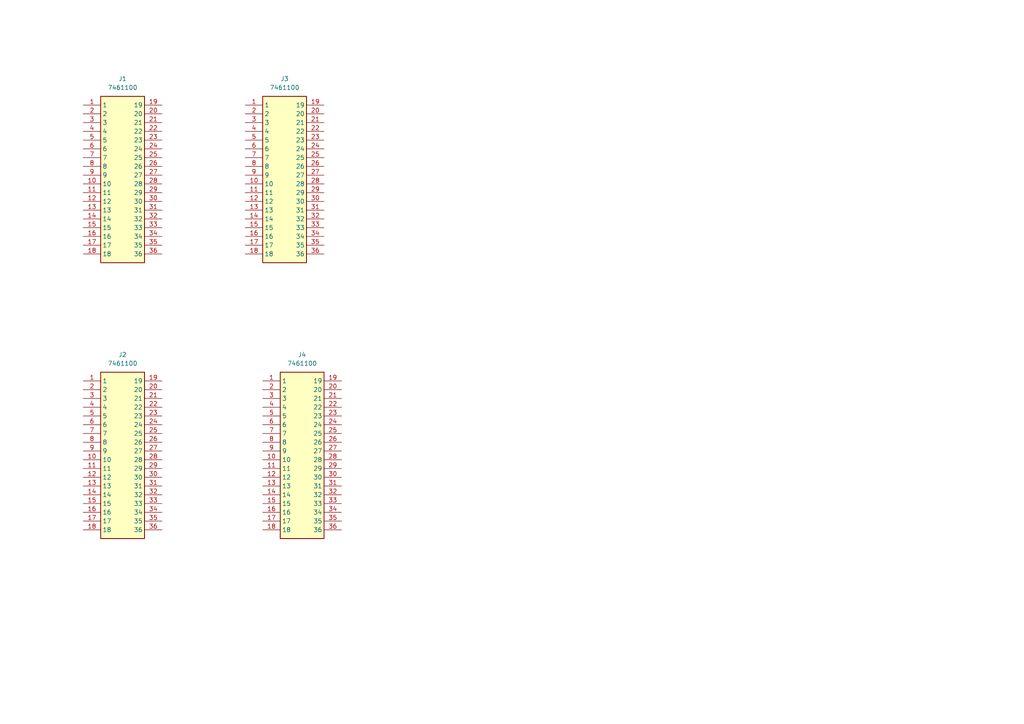
<source format=kicad_sch>
(kicad_sch
	(version 20250114)
	(generator "eeschema")
	(generator_version "9.0")
	(uuid "036b36f8-adc5-46b4-b277-dde491beaad3")
	(paper "A4")
	(lib_symbols
		(symbol "7461100:7461100"
			(exclude_from_sim no)
			(in_bom yes)
			(on_board yes)
			(property "Reference" "J"
				(at 19.05 7.62 0)
				(effects
					(font
						(size 1.27 1.27)
					)
					(justify left top)
				)
			)
			(property "Value" "7461100"
				(at 19.05 5.08 0)
				(effects
					(font
						(size 1.27 1.27)
					)
					(justify left top)
				)
			)
			(property "Footprint" "TerminalBlock_Wuerth:7461100"
				(at 19.05 -94.92 0)
				(effects
					(font
						(size 1.27 1.27)
					)
					(justify left top)
					(hide yes)
				)
			)
			(property "Datasheet" "https://www.we-online.com/catalog/datasheet/7461100.pdf"
				(at 19.05 -194.92 0)
				(effects
					(font
						(size 1.27 1.27)
					)
					(justify left top)
					(hide yes)
				)
			)
			(property "Description" "WP-SHFU REDCUBE Shank, full  height: 24mm, total height: 27.5mm, thread length: 16mm, pin length: 3.5mm, raster: 2.54mm, REDCUBE Press-Fit, Skin packaging;  M10, thread 16mm"
				(at 0 0 0)
				(effects
					(font
						(size 1.27 1.27)
					)
					(hide yes)
				)
			)
			(property "Height" "24"
				(at 19.05 -394.92 0)
				(effects
					(font
						(size 1.27 1.27)
					)
					(justify left top)
					(hide yes)
				)
			)
			(property "Mouser Part Number" "710-7461100"
				(at 19.05 -494.92 0)
				(effects
					(font
						(size 1.27 1.27)
					)
					(justify left top)
					(hide yes)
				)
			)
			(property "Mouser Price/Stock" "https://www.mouser.co.uk/ProductDetail/Wurth-Elektronik/7461100?qs=lykWx4dhCCFwWsIXWKuJ%2Fg%3D%3D"
				(at 19.05 -594.92 0)
				(effects
					(font
						(size 1.27 1.27)
					)
					(justify left top)
					(hide yes)
				)
			)
			(property "Manufacturer_Name" "Wurth Elektronik"
				(at 19.05 -694.92 0)
				(effects
					(font
						(size 1.27 1.27)
					)
					(justify left top)
					(hide yes)
				)
			)
			(property "Manufacturer_Part_Number" "7461100"
				(at 19.05 -794.92 0)
				(effects
					(font
						(size 1.27 1.27)
					)
					(justify left top)
					(hide yes)
				)
			)
			(symbol "7461100_1_1"
				(rectangle
					(start 5.08 2.54)
					(end 17.78 -45.72)
					(stroke
						(width 0.254)
						(type default)
					)
					(fill
						(type background)
					)
				)
				(pin passive line
					(at 0 0 0)
					(length 5.08)
					(name "1"
						(effects
							(font
								(size 1.27 1.27)
							)
						)
					)
					(number "1"
						(effects
							(font
								(size 1.27 1.27)
							)
						)
					)
				)
				(pin passive line
					(at 0 -2.54 0)
					(length 5.08)
					(name "2"
						(effects
							(font
								(size 1.27 1.27)
							)
						)
					)
					(number "2"
						(effects
							(font
								(size 1.27 1.27)
							)
						)
					)
				)
				(pin passive line
					(at 0 -5.08 0)
					(length 5.08)
					(name "3"
						(effects
							(font
								(size 1.27 1.27)
							)
						)
					)
					(number "3"
						(effects
							(font
								(size 1.27 1.27)
							)
						)
					)
				)
				(pin passive line
					(at 0 -7.62 0)
					(length 5.08)
					(name "4"
						(effects
							(font
								(size 1.27 1.27)
							)
						)
					)
					(number "4"
						(effects
							(font
								(size 1.27 1.27)
							)
						)
					)
				)
				(pin passive line
					(at 0 -10.16 0)
					(length 5.08)
					(name "5"
						(effects
							(font
								(size 1.27 1.27)
							)
						)
					)
					(number "5"
						(effects
							(font
								(size 1.27 1.27)
							)
						)
					)
				)
				(pin passive line
					(at 0 -12.7 0)
					(length 5.08)
					(name "6"
						(effects
							(font
								(size 1.27 1.27)
							)
						)
					)
					(number "6"
						(effects
							(font
								(size 1.27 1.27)
							)
						)
					)
				)
				(pin passive line
					(at 0 -15.24 0)
					(length 5.08)
					(name "7"
						(effects
							(font
								(size 1.27 1.27)
							)
						)
					)
					(number "7"
						(effects
							(font
								(size 1.27 1.27)
							)
						)
					)
				)
				(pin passive line
					(at 0 -17.78 0)
					(length 5.08)
					(name "8"
						(effects
							(font
								(size 1.27 1.27)
							)
						)
					)
					(number "8"
						(effects
							(font
								(size 1.27 1.27)
							)
						)
					)
				)
				(pin passive line
					(at 0 -20.32 0)
					(length 5.08)
					(name "9"
						(effects
							(font
								(size 1.27 1.27)
							)
						)
					)
					(number "9"
						(effects
							(font
								(size 1.27 1.27)
							)
						)
					)
				)
				(pin passive line
					(at 0 -22.86 0)
					(length 5.08)
					(name "10"
						(effects
							(font
								(size 1.27 1.27)
							)
						)
					)
					(number "10"
						(effects
							(font
								(size 1.27 1.27)
							)
						)
					)
				)
				(pin passive line
					(at 0 -25.4 0)
					(length 5.08)
					(name "11"
						(effects
							(font
								(size 1.27 1.27)
							)
						)
					)
					(number "11"
						(effects
							(font
								(size 1.27 1.27)
							)
						)
					)
				)
				(pin passive line
					(at 0 -27.94 0)
					(length 5.08)
					(name "12"
						(effects
							(font
								(size 1.27 1.27)
							)
						)
					)
					(number "12"
						(effects
							(font
								(size 1.27 1.27)
							)
						)
					)
				)
				(pin passive line
					(at 0 -30.48 0)
					(length 5.08)
					(name "13"
						(effects
							(font
								(size 1.27 1.27)
							)
						)
					)
					(number "13"
						(effects
							(font
								(size 1.27 1.27)
							)
						)
					)
				)
				(pin passive line
					(at 0 -33.02 0)
					(length 5.08)
					(name "14"
						(effects
							(font
								(size 1.27 1.27)
							)
						)
					)
					(number "14"
						(effects
							(font
								(size 1.27 1.27)
							)
						)
					)
				)
				(pin passive line
					(at 0 -35.56 0)
					(length 5.08)
					(name "15"
						(effects
							(font
								(size 1.27 1.27)
							)
						)
					)
					(number "15"
						(effects
							(font
								(size 1.27 1.27)
							)
						)
					)
				)
				(pin passive line
					(at 0 -38.1 0)
					(length 5.08)
					(name "16"
						(effects
							(font
								(size 1.27 1.27)
							)
						)
					)
					(number "16"
						(effects
							(font
								(size 1.27 1.27)
							)
						)
					)
				)
				(pin passive line
					(at 0 -40.64 0)
					(length 5.08)
					(name "17"
						(effects
							(font
								(size 1.27 1.27)
							)
						)
					)
					(number "17"
						(effects
							(font
								(size 1.27 1.27)
							)
						)
					)
				)
				(pin passive line
					(at 0 -43.18 0)
					(length 5.08)
					(name "18"
						(effects
							(font
								(size 1.27 1.27)
							)
						)
					)
					(number "18"
						(effects
							(font
								(size 1.27 1.27)
							)
						)
					)
				)
				(pin passive line
					(at 22.86 0 180)
					(length 5.08)
					(name "19"
						(effects
							(font
								(size 1.27 1.27)
							)
						)
					)
					(number "19"
						(effects
							(font
								(size 1.27 1.27)
							)
						)
					)
				)
				(pin passive line
					(at 22.86 -2.54 180)
					(length 5.08)
					(name "20"
						(effects
							(font
								(size 1.27 1.27)
							)
						)
					)
					(number "20"
						(effects
							(font
								(size 1.27 1.27)
							)
						)
					)
				)
				(pin passive line
					(at 22.86 -5.08 180)
					(length 5.08)
					(name "21"
						(effects
							(font
								(size 1.27 1.27)
							)
						)
					)
					(number "21"
						(effects
							(font
								(size 1.27 1.27)
							)
						)
					)
				)
				(pin passive line
					(at 22.86 -7.62 180)
					(length 5.08)
					(name "22"
						(effects
							(font
								(size 1.27 1.27)
							)
						)
					)
					(number "22"
						(effects
							(font
								(size 1.27 1.27)
							)
						)
					)
				)
				(pin passive line
					(at 22.86 -10.16 180)
					(length 5.08)
					(name "23"
						(effects
							(font
								(size 1.27 1.27)
							)
						)
					)
					(number "23"
						(effects
							(font
								(size 1.27 1.27)
							)
						)
					)
				)
				(pin passive line
					(at 22.86 -12.7 180)
					(length 5.08)
					(name "24"
						(effects
							(font
								(size 1.27 1.27)
							)
						)
					)
					(number "24"
						(effects
							(font
								(size 1.27 1.27)
							)
						)
					)
				)
				(pin passive line
					(at 22.86 -15.24 180)
					(length 5.08)
					(name "25"
						(effects
							(font
								(size 1.27 1.27)
							)
						)
					)
					(number "25"
						(effects
							(font
								(size 1.27 1.27)
							)
						)
					)
				)
				(pin passive line
					(at 22.86 -17.78 180)
					(length 5.08)
					(name "26"
						(effects
							(font
								(size 1.27 1.27)
							)
						)
					)
					(number "26"
						(effects
							(font
								(size 1.27 1.27)
							)
						)
					)
				)
				(pin passive line
					(at 22.86 -20.32 180)
					(length 5.08)
					(name "27"
						(effects
							(font
								(size 1.27 1.27)
							)
						)
					)
					(number "27"
						(effects
							(font
								(size 1.27 1.27)
							)
						)
					)
				)
				(pin passive line
					(at 22.86 -22.86 180)
					(length 5.08)
					(name "28"
						(effects
							(font
								(size 1.27 1.27)
							)
						)
					)
					(number "28"
						(effects
							(font
								(size 1.27 1.27)
							)
						)
					)
				)
				(pin passive line
					(at 22.86 -25.4 180)
					(length 5.08)
					(name "29"
						(effects
							(font
								(size 1.27 1.27)
							)
						)
					)
					(number "29"
						(effects
							(font
								(size 1.27 1.27)
							)
						)
					)
				)
				(pin passive line
					(at 22.86 -27.94 180)
					(length 5.08)
					(name "30"
						(effects
							(font
								(size 1.27 1.27)
							)
						)
					)
					(number "30"
						(effects
							(font
								(size 1.27 1.27)
							)
						)
					)
				)
				(pin passive line
					(at 22.86 -30.48 180)
					(length 5.08)
					(name "31"
						(effects
							(font
								(size 1.27 1.27)
							)
						)
					)
					(number "31"
						(effects
							(font
								(size 1.27 1.27)
							)
						)
					)
				)
				(pin passive line
					(at 22.86 -33.02 180)
					(length 5.08)
					(name "32"
						(effects
							(font
								(size 1.27 1.27)
							)
						)
					)
					(number "32"
						(effects
							(font
								(size 1.27 1.27)
							)
						)
					)
				)
				(pin passive line
					(at 22.86 -35.56 180)
					(length 5.08)
					(name "33"
						(effects
							(font
								(size 1.27 1.27)
							)
						)
					)
					(number "33"
						(effects
							(font
								(size 1.27 1.27)
							)
						)
					)
				)
				(pin passive line
					(at 22.86 -38.1 180)
					(length 5.08)
					(name "34"
						(effects
							(font
								(size 1.27 1.27)
							)
						)
					)
					(number "34"
						(effects
							(font
								(size 1.27 1.27)
							)
						)
					)
				)
				(pin passive line
					(at 22.86 -40.64 180)
					(length 5.08)
					(name "35"
						(effects
							(font
								(size 1.27 1.27)
							)
						)
					)
					(number "35"
						(effects
							(font
								(size 1.27 1.27)
							)
						)
					)
				)
				(pin passive line
					(at 22.86 -43.18 180)
					(length 5.08)
					(name "36"
						(effects
							(font
								(size 1.27 1.27)
							)
						)
					)
					(number "36"
						(effects
							(font
								(size 1.27 1.27)
							)
						)
					)
				)
			)
			(embedded_fonts no)
		)
	)
	(symbol
		(lib_id "7461100:7461100")
		(at 76.2 110.49 0)
		(unit 1)
		(exclude_from_sim no)
		(in_bom yes)
		(on_board yes)
		(dnp no)
		(fields_autoplaced yes)
		(uuid "164116ee-4762-4d4c-86d1-33df74fb48d6")
		(property "Reference" "J4"
			(at 87.63 102.87 0)
			(effects
				(font
					(size 1.27 1.27)
				)
			)
		)
		(property "Value" "7461100"
			(at 87.63 105.41 0)
			(effects
				(font
					(size 1.27 1.27)
				)
			)
		)
		(property "Footprint" "TerminalBlock_Wuerth:7461100"
			(at 95.25 205.41 0)
			(effects
				(font
					(size 1.27 1.27)
				)
				(justify left top)
				(hide yes)
			)
		)
		(property "Datasheet" "https://www.we-online.com/catalog/datasheet/7461100.pdf"
			(at 95.25 305.41 0)
			(effects
				(font
					(size 1.27 1.27)
				)
				(justify left top)
				(hide yes)
			)
		)
		(property "Description" "WP-SHFU REDCUBE Shank, full  height: 24mm, total height: 27.5mm, thread length: 16mm, pin length: 3.5mm, raster: 2.54mm, REDCUBE Press-Fit, Skin packaging;  M10, thread 16mm"
			(at 76.2 110.49 0)
			(effects
				(font
					(size 1.27 1.27)
				)
				(hide yes)
			)
		)
		(property "Height" "24"
			(at 95.25 505.41 0)
			(effects
				(font
					(size 1.27 1.27)
				)
				(justify left top)
				(hide yes)
			)
		)
		(property "Mouser Part Number" "710-7461100"
			(at 95.25 605.41 0)
			(effects
				(font
					(size 1.27 1.27)
				)
				(justify left top)
				(hide yes)
			)
		)
		(property "Mouser Price/Stock" "https://www.mouser.co.uk/ProductDetail/Wurth-Elektronik/7461100?qs=lykWx4dhCCFwWsIXWKuJ%2Fg%3D%3D"
			(at 95.25 705.41 0)
			(effects
				(font
					(size 1.27 1.27)
				)
				(justify left top)
				(hide yes)
			)
		)
		(property "Manufacturer_Name" "Wurth Elektronik"
			(at 95.25 805.41 0)
			(effects
				(font
					(size 1.27 1.27)
				)
				(justify left top)
				(hide yes)
			)
		)
		(property "Manufacturer_Part_Number" "7461100"
			(at 95.25 905.41 0)
			(effects
				(font
					(size 1.27 1.27)
				)
				(justify left top)
				(hide yes)
			)
		)
		(pin "8"
			(uuid "589e886d-58fd-417d-a105-f523aff16823")
		)
		(pin "10"
			(uuid "580f0914-6e12-47b9-8f18-184d8982964f")
		)
		(pin "2"
			(uuid "2c112489-bbd9-4bbb-87db-95a9b6a2b00d")
		)
		(pin "4"
			(uuid "955e42ea-9e2d-4ff0-86d3-a79e377261bc")
		)
		(pin "5"
			(uuid "4767b135-ba0f-4412-88c7-b2f7a8a6d03b")
		)
		(pin "1"
			(uuid "29dd4163-d6ff-4041-bd3b-3e588315f0d1")
		)
		(pin "9"
			(uuid "048a0437-fc94-4b6f-a74b-f4a501da7693")
		)
		(pin "6"
			(uuid "ead71c9c-9d2b-4e5a-aa31-ce012a0a810c")
		)
		(pin "7"
			(uuid "86f2bcde-00cd-4d93-a2bb-454909603c92")
		)
		(pin "3"
			(uuid "e0eaa92b-7a1e-45a0-8948-97fffe2b3709")
		)
		(pin "12"
			(uuid "e44d2d18-dba9-4e78-8938-9d50d1bdffcf")
		)
		(pin "21"
			(uuid "69a3bc08-6d0f-45a8-980a-a7b18235bf2a")
		)
		(pin "36"
			(uuid "b540d452-399e-4f5a-a134-f9db6490489f")
		)
		(pin "18"
			(uuid "554e7622-9e1e-4497-b6af-d9891122b784")
		)
		(pin "28"
			(uuid "2ffee553-1d95-4931-8dce-ee93dd2665ec")
		)
		(pin "13"
			(uuid "71090630-a780-484f-b498-6b15b59d5913")
		)
		(pin "14"
			(uuid "c01bf467-fa5e-4a5f-97b5-49586f796fae")
		)
		(pin "30"
			(uuid "4dcbd665-5f91-4957-8bf3-4e2cc882f3c2")
		)
		(pin "31"
			(uuid "fa65ec11-6376-4a2e-b777-431216a097a6")
		)
		(pin "15"
			(uuid "3c0cc095-643b-4359-8bee-d269baa19e46")
		)
		(pin "29"
			(uuid "369514cc-f7cc-484b-a559-179455ef3ed4")
		)
		(pin "17"
			(uuid "6490aad2-980e-4702-9c8b-26aef0205b6c")
		)
		(pin "23"
			(uuid "e12fc592-c52f-480d-ba3c-609cec05ccda")
		)
		(pin "19"
			(uuid "20f8b386-5c7b-473e-b55b-0f4272712cfa")
		)
		(pin "25"
			(uuid "5005683d-efd9-45b0-a791-03674c2364f3")
		)
		(pin "22"
			(uuid "b403b820-d5ec-42c7-b17d-e56500dba641")
		)
		(pin "27"
			(uuid "baa45794-b270-496b-8480-1d1e31aaef8e")
		)
		(pin "11"
			(uuid "c275092a-fc4f-4003-9002-7727d82b2313")
		)
		(pin "32"
			(uuid "d3331e8c-3fe6-4af6-8427-203e95564c0b")
		)
		(pin "33"
			(uuid "0f2407a1-6ba3-4fbc-8781-3b71bbe4f2b6")
		)
		(pin "34"
			(uuid "e7b19970-cc93-490e-bcc0-0e934da6bf6a")
		)
		(pin "35"
			(uuid "9c387029-6043-4779-99b4-92066237b5ee")
		)
		(pin "26"
			(uuid "0490931c-c691-4a46-b5da-69b966f83e97")
		)
		(pin "16"
			(uuid "c7558b43-63e5-4294-97ba-dd75da493834")
		)
		(pin "20"
			(uuid "570fe714-0d6c-49d7-b292-4324fe3a7b91")
		)
		(pin "24"
			(uuid "fc7314a6-517a-42c8-b9ca-39dfecce1368")
		)
		(instances
			(project "PowerCore500"
				(path "/bf8cb719-4536-454f-b937-e327e18f5ba0/708aac76-a638-4b7d-947c-e08a647e859b"
					(reference "J4")
					(unit 1)
				)
			)
		)
	)
	(symbol
		(lib_id "7461100:7461100")
		(at 24.13 110.49 0)
		(unit 1)
		(exclude_from_sim no)
		(in_bom yes)
		(on_board yes)
		(dnp no)
		(fields_autoplaced yes)
		(uuid "3321f20a-b842-459e-b6d5-bae2b5a3d57e")
		(property "Reference" "J2"
			(at 35.56 102.87 0)
			(effects
				(font
					(size 1.27 1.27)
				)
			)
		)
		(property "Value" "7461100"
			(at 35.56 105.41 0)
			(effects
				(font
					(size 1.27 1.27)
				)
			)
		)
		(property "Footprint" "TerminalBlock_Wuerth:7461100"
			(at 43.18 205.41 0)
			(effects
				(font
					(size 1.27 1.27)
				)
				(justify left top)
				(hide yes)
			)
		)
		(property "Datasheet" "https://www.we-online.com/catalog/datasheet/7461100.pdf"
			(at 43.18 305.41 0)
			(effects
				(font
					(size 1.27 1.27)
				)
				(justify left top)
				(hide yes)
			)
		)
		(property "Description" "WP-SHFU REDCUBE Shank, full  height: 24mm, total height: 27.5mm, thread length: 16mm, pin length: 3.5mm, raster: 2.54mm, REDCUBE Press-Fit, Skin packaging;  M10, thread 16mm"
			(at 24.13 110.49 0)
			(effects
				(font
					(size 1.27 1.27)
				)
				(hide yes)
			)
		)
		(property "Height" "24"
			(at 43.18 505.41 0)
			(effects
				(font
					(size 1.27 1.27)
				)
				(justify left top)
				(hide yes)
			)
		)
		(property "Mouser Part Number" "710-7461100"
			(at 43.18 605.41 0)
			(effects
				(font
					(size 1.27 1.27)
				)
				(justify left top)
				(hide yes)
			)
		)
		(property "Mouser Price/Stock" "https://www.mouser.co.uk/ProductDetail/Wurth-Elektronik/7461100?qs=lykWx4dhCCFwWsIXWKuJ%2Fg%3D%3D"
			(at 43.18 705.41 0)
			(effects
				(font
					(size 1.27 1.27)
				)
				(justify left top)
				(hide yes)
			)
		)
		(property "Manufacturer_Name" "Wurth Elektronik"
			(at 43.18 805.41 0)
			(effects
				(font
					(size 1.27 1.27)
				)
				(justify left top)
				(hide yes)
			)
		)
		(property "Manufacturer_Part_Number" "7461100"
			(at 43.18 905.41 0)
			(effects
				(font
					(size 1.27 1.27)
				)
				(justify left top)
				(hide yes)
			)
		)
		(pin "8"
			(uuid "4fd624cd-f606-4689-beff-07d919eb1f98")
		)
		(pin "10"
			(uuid "b7089b43-7fcb-4b04-ac73-dca0be4e2fd3")
		)
		(pin "2"
			(uuid "8a783894-6133-4d41-935d-aea63c465a20")
		)
		(pin "4"
			(uuid "4f56fce9-2ab4-4c32-b53e-f0f5cfdf0b89")
		)
		(pin "5"
			(uuid "d7c35f1a-c968-4463-8070-564d38264ba4")
		)
		(pin "1"
			(uuid "7cf28d38-4161-4532-90fb-f8b5a041f08b")
		)
		(pin "9"
			(uuid "08bf9eb5-ae4d-4cd3-a2de-39b7ea5cf9de")
		)
		(pin "6"
			(uuid "dcea38a4-d73e-41f5-ad07-492a5983ba22")
		)
		(pin "7"
			(uuid "03847d8b-2189-4e64-a844-c3993f1582e7")
		)
		(pin "3"
			(uuid "a7102deb-87f9-4a70-8cd7-fc7f2c8b005d")
		)
		(pin "12"
			(uuid "9dadfdcc-d4da-4597-bf89-7ebbf08d06f2")
		)
		(pin "21"
			(uuid "78ffeb03-acea-4f77-ac45-1ad58257bd47")
		)
		(pin "36"
			(uuid "82e6942a-2b1c-415a-b8e9-9b998d9e7cc4")
		)
		(pin "18"
			(uuid "cc1fc286-e5bd-432e-87fd-c4d272e2eaff")
		)
		(pin "28"
			(uuid "ea207cb3-25bc-4585-b48e-f35b04c637c7")
		)
		(pin "13"
			(uuid "bec15ce0-77eb-40ee-8618-2fea7233e191")
		)
		(pin "14"
			(uuid "874eb0f7-93c9-4e91-b35c-2cebab9e83bd")
		)
		(pin "30"
			(uuid "b870587d-df94-4287-b2e0-1feeba22c160")
		)
		(pin "31"
			(uuid "ef67dbca-5c7c-4e2e-8c2c-e856ef6f4771")
		)
		(pin "15"
			(uuid "33408e18-1f5f-4dad-8409-5c55e9f52d52")
		)
		(pin "29"
			(uuid "9887aeca-118f-4d0d-953e-0c6fc881b047")
		)
		(pin "17"
			(uuid "a37ef1cd-72ce-4f99-a403-e3dafc2637af")
		)
		(pin "23"
			(uuid "99a61653-43e5-4ed1-88e6-071459f3f961")
		)
		(pin "19"
			(uuid "7993e902-7f99-42e4-81f0-c36227e65ab1")
		)
		(pin "25"
			(uuid "49e28766-bcd4-4358-b42f-507e7e759d00")
		)
		(pin "22"
			(uuid "36a1f8e2-c4dc-430b-97d8-815d13c4c221")
		)
		(pin "27"
			(uuid "7b1299a4-bd05-4fe6-9ac7-62e6468d982b")
		)
		(pin "11"
			(uuid "bf1dcd3b-c516-480a-a565-8ba665043646")
		)
		(pin "32"
			(uuid "4b3524c5-b10b-4c81-8e57-b69605c6ad5a")
		)
		(pin "33"
			(uuid "246e0584-fc32-4a2e-927a-991a62e9197d")
		)
		(pin "34"
			(uuid "bb93c4c0-6ba6-468a-96e4-cb07033ea6d3")
		)
		(pin "35"
			(uuid "ed5c4eba-6b65-4411-8f7f-ee8018e275e5")
		)
		(pin "26"
			(uuid "bde6f783-be62-45c3-bc92-af9b25203cd7")
		)
		(pin "16"
			(uuid "996b16ca-9286-4a54-8485-9933ddee9720")
		)
		(pin "20"
			(uuid "5c33dc88-20e0-47ad-9582-c4b0035be6f4")
		)
		(pin "24"
			(uuid "101f9ae7-d8ce-42b8-bf53-c68e2875b457")
		)
		(instances
			(project "PowerCore500"
				(path "/bf8cb719-4536-454f-b937-e327e18f5ba0/708aac76-a638-4b7d-947c-e08a647e859b"
					(reference "J2")
					(unit 1)
				)
			)
		)
	)
	(symbol
		(lib_id "7461100:7461100")
		(at 71.12 30.48 0)
		(unit 1)
		(exclude_from_sim no)
		(in_bom yes)
		(on_board yes)
		(dnp no)
		(fields_autoplaced yes)
		(uuid "5e1ddc75-4054-4b4b-b516-dc136c856db4")
		(property "Reference" "J3"
			(at 82.55 22.86 0)
			(effects
				(font
					(size 1.27 1.27)
				)
			)
		)
		(property "Value" "7461100"
			(at 82.55 25.4 0)
			(effects
				(font
					(size 1.27 1.27)
				)
			)
		)
		(property "Footprint" "TerminalBlock_Wuerth:7461100"
			(at 90.17 125.4 0)
			(effects
				(font
					(size 1.27 1.27)
				)
				(justify left top)
				(hide yes)
			)
		)
		(property "Datasheet" "https://www.we-online.com/catalog/datasheet/7461100.pdf"
			(at 90.17 225.4 0)
			(effects
				(font
					(size 1.27 1.27)
				)
				(justify left top)
				(hide yes)
			)
		)
		(property "Description" "WP-SHFU REDCUBE Shank, full  height: 24mm, total height: 27.5mm, thread length: 16mm, pin length: 3.5mm, raster: 2.54mm, REDCUBE Press-Fit, Skin packaging;  M10, thread 16mm"
			(at 71.12 30.48 0)
			(effects
				(font
					(size 1.27 1.27)
				)
				(hide yes)
			)
		)
		(property "Height" "24"
			(at 90.17 425.4 0)
			(effects
				(font
					(size 1.27 1.27)
				)
				(justify left top)
				(hide yes)
			)
		)
		(property "Mouser Part Number" "710-7461100"
			(at 90.17 525.4 0)
			(effects
				(font
					(size 1.27 1.27)
				)
				(justify left top)
				(hide yes)
			)
		)
		(property "Mouser Price/Stock" "https://www.mouser.co.uk/ProductDetail/Wurth-Elektronik/7461100?qs=lykWx4dhCCFwWsIXWKuJ%2Fg%3D%3D"
			(at 90.17 625.4 0)
			(effects
				(font
					(size 1.27 1.27)
				)
				(justify left top)
				(hide yes)
			)
		)
		(property "Manufacturer_Name" "Wurth Elektronik"
			(at 90.17 725.4 0)
			(effects
				(font
					(size 1.27 1.27)
				)
				(justify left top)
				(hide yes)
			)
		)
		(property "Manufacturer_Part_Number" "7461100"
			(at 90.17 825.4 0)
			(effects
				(font
					(size 1.27 1.27)
				)
				(justify left top)
				(hide yes)
			)
		)
		(pin "8"
			(uuid "48c5fa35-09e9-4668-aea0-602f1d160c40")
		)
		(pin "10"
			(uuid "2510cee3-f967-4a53-986b-a613c769d985")
		)
		(pin "2"
			(uuid "7d0a1a20-fc8c-4144-aa05-e795522e58d5")
		)
		(pin "4"
			(uuid "69a6e769-0a1e-43fa-9fec-c362d5cfd2c0")
		)
		(pin "5"
			(uuid "8c47acad-016e-4c75-b0fd-5e93cb553907")
		)
		(pin "1"
			(uuid "f4a279f1-65a6-4635-b17f-6a1f3d7050f2")
		)
		(pin "9"
			(uuid "4a128115-08bf-4906-9e0b-0e67e55a1cc5")
		)
		(pin "6"
			(uuid "ca2cab60-a156-43fb-bcb9-2944550d1e78")
		)
		(pin "7"
			(uuid "78255c8a-d807-44a3-b2ba-ca028c896fee")
		)
		(pin "3"
			(uuid "979a6e34-9582-4c4b-bd38-7db6ad8d9220")
		)
		(pin "12"
			(uuid "2fbcbecf-1727-43a8-971c-ae295ee06ef0")
		)
		(pin "21"
			(uuid "16a20e36-998c-4aae-9ba0-b8691baf9208")
		)
		(pin "36"
			(uuid "efe30f84-b0d2-4b55-9211-829a61105f9d")
		)
		(pin "18"
			(uuid "3eff7f18-b0b9-472f-9ca3-02961249f6a2")
		)
		(pin "28"
			(uuid "cd93337e-ce42-4061-959b-0734ae69c09e")
		)
		(pin "13"
			(uuid "17899764-d09b-431d-afc4-4154abda4517")
		)
		(pin "14"
			(uuid "64e7c2ee-a7c4-4da2-b399-84c4e4d3beae")
		)
		(pin "30"
			(uuid "344d92d7-a8f7-4e54-9e3c-bb4128661323")
		)
		(pin "31"
			(uuid "31e47eba-f2c2-497b-921c-e3f5969a6de9")
		)
		(pin "15"
			(uuid "30f26fd5-920a-48ce-a091-369c17543b00")
		)
		(pin "29"
			(uuid "daf135cc-08c6-4fdb-833f-3361588ac55a")
		)
		(pin "17"
			(uuid "ac1074f2-eae5-48ee-ac40-1bc30d9db42a")
		)
		(pin "23"
			(uuid "179d9aa8-ac6d-4956-a1fc-497590576bf3")
		)
		(pin "19"
			(uuid "b41978c5-7d32-4a1d-aff9-4f72d429aae8")
		)
		(pin "25"
			(uuid "ba970a47-a491-4401-91d1-04315c9fa98f")
		)
		(pin "22"
			(uuid "6f2680ad-3e35-49fd-a788-174648a6586b")
		)
		(pin "27"
			(uuid "08ab7cd2-ad06-404c-85d2-e58fec337302")
		)
		(pin "11"
			(uuid "882b6c78-840a-4b5c-a4eb-a02505f444b2")
		)
		(pin "32"
			(uuid "33644588-b89d-41d4-a124-d8e270490046")
		)
		(pin "33"
			(uuid "45935878-09ab-408f-9ff3-9b519d576c19")
		)
		(pin "34"
			(uuid "2798eca7-f0f4-455d-9f12-828d38a50b06")
		)
		(pin "35"
			(uuid "d9a3997f-4d69-4db1-b17c-b9362c26de3d")
		)
		(pin "26"
			(uuid "09fd6726-42d7-42c2-b307-2ed980463c0e")
		)
		(pin "16"
			(uuid "f7736ab0-e06d-4aa7-9071-4ed1084aca83")
		)
		(pin "20"
			(uuid "b47f65ac-43b2-4b3d-ab6c-34ce08da1561")
		)
		(pin "24"
			(uuid "33cd2abc-2b86-44de-86c2-161fbfda0217")
		)
		(instances
			(project "PowerCore500"
				(path "/bf8cb719-4536-454f-b937-e327e18f5ba0/708aac76-a638-4b7d-947c-e08a647e859b"
					(reference "J3")
					(unit 1)
				)
			)
		)
	)
	(symbol
		(lib_id "7461100:7461100")
		(at 24.13 30.48 0)
		(unit 1)
		(exclude_from_sim no)
		(in_bom yes)
		(on_board yes)
		(dnp no)
		(fields_autoplaced yes)
		(uuid "e2293f3d-90f9-4add-b3d7-44ea129ce8d6")
		(property "Reference" "J1"
			(at 35.56 22.86 0)
			(effects
				(font
					(size 1.27 1.27)
				)
			)
		)
		(property "Value" "7461100"
			(at 35.56 25.4 0)
			(effects
				(font
					(size 1.27 1.27)
				)
			)
		)
		(property "Footprint" "TerminalBlock_Wuerth:7461100"
			(at 43.18 125.4 0)
			(effects
				(font
					(size 1.27 1.27)
				)
				(justify left top)
				(hide yes)
			)
		)
		(property "Datasheet" "https://www.we-online.com/catalog/datasheet/7461100.pdf"
			(at 43.18 225.4 0)
			(effects
				(font
					(size 1.27 1.27)
				)
				(justify left top)
				(hide yes)
			)
		)
		(property "Description" "WP-SHFU REDCUBE Shank, full  height: 24mm, total height: 27.5mm, thread length: 16mm, pin length: 3.5mm, raster: 2.54mm, REDCUBE Press-Fit, Skin packaging;  M10, thread 16mm"
			(at 24.13 30.48 0)
			(effects
				(font
					(size 1.27 1.27)
				)
				(hide yes)
			)
		)
		(property "Height" "24"
			(at 43.18 425.4 0)
			(effects
				(font
					(size 1.27 1.27)
				)
				(justify left top)
				(hide yes)
			)
		)
		(property "Mouser Part Number" "710-7461100"
			(at 43.18 525.4 0)
			(effects
				(font
					(size 1.27 1.27)
				)
				(justify left top)
				(hide yes)
			)
		)
		(property "Mouser Price/Stock" "https://www.mouser.co.uk/ProductDetail/Wurth-Elektronik/7461100?qs=lykWx4dhCCFwWsIXWKuJ%2Fg%3D%3D"
			(at 43.18 625.4 0)
			(effects
				(font
					(size 1.27 1.27)
				)
				(justify left top)
				(hide yes)
			)
		)
		(property "Manufacturer_Name" "Wurth Elektronik"
			(at 43.18 725.4 0)
			(effects
				(font
					(size 1.27 1.27)
				)
				(justify left top)
				(hide yes)
			)
		)
		(property "Manufacturer_Part_Number" "7461100"
			(at 43.18 825.4 0)
			(effects
				(font
					(size 1.27 1.27)
				)
				(justify left top)
				(hide yes)
			)
		)
		(pin "8"
			(uuid "e3e61ef1-4d02-420b-aa19-5dd0c8fd7084")
		)
		(pin "10"
			(uuid "8978dd11-a9a1-4f20-b5cc-66984c7a12fa")
		)
		(pin "2"
			(uuid "11d864e0-c9d9-46db-b297-f11339c53ff2")
		)
		(pin "4"
			(uuid "66212db3-b236-45d8-b064-9b844ea3504b")
		)
		(pin "5"
			(uuid "f2f8c3c4-dcc1-4512-9b2e-581eaa4ebf69")
		)
		(pin "1"
			(uuid "997a2805-4bee-4c78-9903-31f192cf4dd5")
		)
		(pin "9"
			(uuid "cf52a1b5-4559-4a87-9529-640d24e91374")
		)
		(pin "6"
			(uuid "2149806b-a04e-4973-9ba4-eb5161223b09")
		)
		(pin "7"
			(uuid "6353f040-551f-45e2-9d14-bbeceb189321")
		)
		(pin "3"
			(uuid "6708e919-77a4-408c-b9fa-988306c9aad0")
		)
		(pin "12"
			(uuid "def2856c-0f80-4392-941b-fcd87e1e7ea4")
		)
		(pin "21"
			(uuid "fef9548f-5008-4b55-a776-3a44fcc8986c")
		)
		(pin "36"
			(uuid "9a38f06f-76be-4277-8a64-df1b5435e0e5")
		)
		(pin "18"
			(uuid "565cdf98-4bd4-4ca3-acb7-02aa9f8af118")
		)
		(pin "28"
			(uuid "98edf167-2ab6-4437-b105-18a70012de21")
		)
		(pin "13"
			(uuid "77af75b3-7136-4323-8907-5cd0be685494")
		)
		(pin "14"
			(uuid "9543afae-8c20-4827-bba5-06c06ee6f09e")
		)
		(pin "30"
			(uuid "3588a301-6f1b-4585-8807-4a1f737d84b0")
		)
		(pin "31"
			(uuid "d624d40d-ee8e-42b8-ab13-b6b636fcbb1d")
		)
		(pin "15"
			(uuid "547eccfc-fdef-40ef-aa20-2caf16bf86ae")
		)
		(pin "29"
			(uuid "202628e8-0407-4581-a9a8-9c58df413c5d")
		)
		(pin "17"
			(uuid "d977b116-939f-460d-9a7d-883cd72af83f")
		)
		(pin "23"
			(uuid "89247a22-99f4-4291-9348-12c8cab491d3")
		)
		(pin "19"
			(uuid "f67bae96-15b0-4670-9dbf-b974db7c6bbb")
		)
		(pin "25"
			(uuid "84ec7564-46a3-4a4a-b850-9bee722ad239")
		)
		(pin "22"
			(uuid "0e0a4f9b-46c3-4c9c-a43a-527ee5085038")
		)
		(pin "27"
			(uuid "08bfe794-be41-4335-ba1e-15219abd48b8")
		)
		(pin "11"
			(uuid "d7fea245-2d63-404b-891b-41922575718d")
		)
		(pin "32"
			(uuid "4bbf8a36-1fee-4191-834f-ef8bfb511d0d")
		)
		(pin "33"
			(uuid "d03b6795-01e3-44ce-9082-3b788504074b")
		)
		(pin "34"
			(uuid "2ea7fc56-a55e-4057-b032-cfb86bb811a8")
		)
		(pin "35"
			(uuid "eaa80405-a4f0-4a9d-a983-046837bb9f83")
		)
		(pin "26"
			(uuid "f74294e6-07d4-4ab1-a685-9acf5cc5ba04")
		)
		(pin "16"
			(uuid "8b6611bb-b03b-4611-b8af-a1e5b408d3a5")
		)
		(pin "20"
			(uuid "65531b37-90d0-4206-bd64-a8e82e13a13b")
		)
		(pin "24"
			(uuid "e2d4e638-d30d-435b-9910-ca51f834dcb3")
		)
		(instances
			(project ""
				(path "/bf8cb719-4536-454f-b937-e327e18f5ba0/708aac76-a638-4b7d-947c-e08a647e859b"
					(reference "J1")
					(unit 1)
				)
			)
		)
	)
)

</source>
